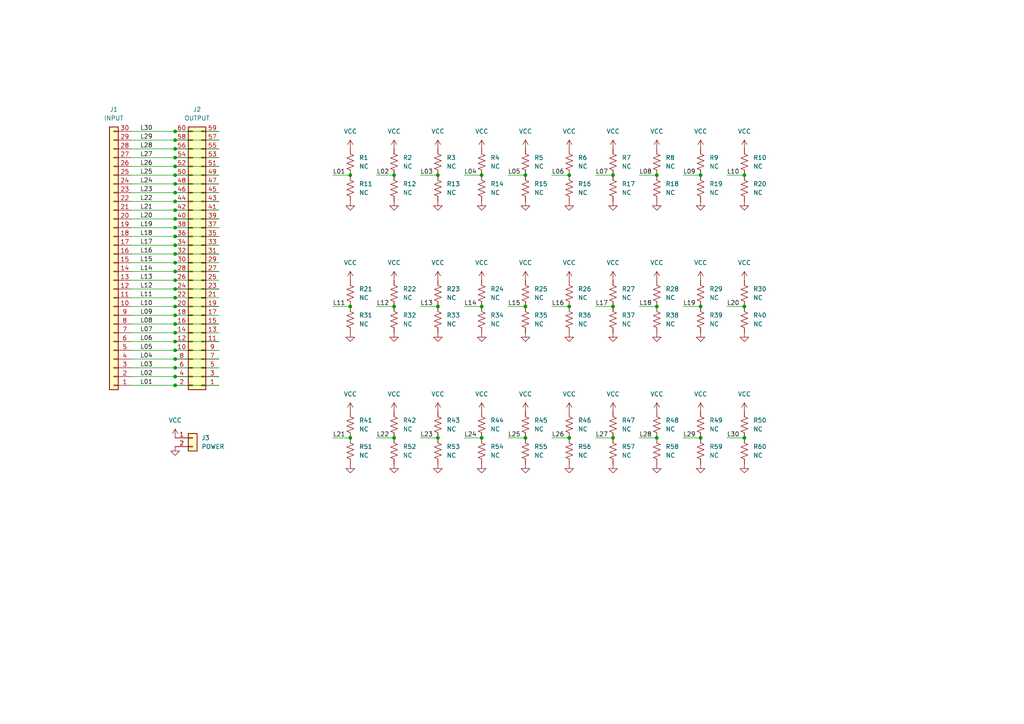
<source format=kicad_sch>
(kicad_sch (version 20211123) (generator eeschema)
  (paper "A4")
  (title_block (title "#0204 OUTLETS") (date "2022-10-18") (rev "V1.0") (company "TileParts"))
  (lib_symbols
    (symbol "Connector_Generic:Conn_01x02" (pin_names (offset 1.016) hide)
      (property "Reference" "J" (at 0 2.54 0))
      (property "Value" "Conn_01x02" (at 0 -5.08 0))
      (symbol "Conn_01x02_1_1"
        (rectangle (start -1.27 -2.413) (end 0 -2.667) (stroke (width 0.1524)))
        (rectangle (start -1.27 0.127) (end 0 -0.127) (stroke (width 0.1524)))
        (rectangle (start -1.27 1.27) (end 1.27 -3.81) (stroke (width 0.254)) (fill (type background)))
        (pin passive line (at -5.08 0 0) (length 3.81) (name "Pin_1") (number "1"))
        (pin passive line (at -5.08 -2.54 0) (length 3.81) (name "Pin_2") (number "2"))
      )
    )
    (symbol "Connector_Generic:Conn_01x30" (pin_names (offset 1.016) hide)
      (property "Reference" "J" (at 0 38.1 0))
      (property "Value" "Conn_01x30" (at 0 -40.64 0))
      (symbol "Conn_01x30_1_1"
        (rectangle (start -1.27 -37.973) (end 0 -38.227) (stroke (width 0.1524)))
        (rectangle (start -1.27 -35.433) (end 0 -35.687) (stroke (width 0.1524)))
        (rectangle (start -1.27 -32.893) (end 0 -33.147) (stroke (width 0.1524)))
        (rectangle (start -1.27 -30.353) (end 0 -30.607) (stroke (width 0.1524)))
        (rectangle (start -1.27 -27.813) (end 0 -28.067) (stroke (width 0.1524)))
        (rectangle (start -1.27 -25.273) (end 0 -25.527) (stroke (width 0.1524)))
        (rectangle (start -1.27 -22.733) (end 0 -22.987) (stroke (width 0.1524)))
        (rectangle (start -1.27 -20.193) (end 0 -20.447) (stroke (width 0.1524)))
        (rectangle (start -1.27 -17.653) (end 0 -17.907) (stroke (width 0.1524)))
        (rectangle (start -1.27 -15.113) (end 0 -15.367) (stroke (width 0.1524)))
        (rectangle (start -1.27 -12.573) (end 0 -12.827) (stroke (width 0.1524)))
        (rectangle (start -1.27 -10.033) (end 0 -10.287) (stroke (width 0.1524)))
        (rectangle (start -1.27 -7.493) (end 0 -7.747) (stroke (width 0.1524)))
        (rectangle (start -1.27 -4.953) (end 0 -5.207) (stroke (width 0.1524)))
        (rectangle (start -1.27 -2.413) (end 0 -2.667) (stroke (width 0.1524)))
        (rectangle (start -1.27 0.127) (end 0 -0.127) (stroke (width 0.1524)))
        (rectangle (start -1.27 2.667) (end 0 2.413) (stroke (width 0.1524)))
        (rectangle (start -1.27 5.207) (end 0 4.953) (stroke (width 0.1524)))
        (rectangle (start -1.27 7.747) (end 0 7.493) (stroke (width 0.1524)))
        (rectangle (start -1.27 10.287) (end 0 10.033) (stroke (width 0.1524)))
        (rectangle (start -1.27 12.827) (end 0 12.573) (stroke (width 0.1524)))
        (rectangle (start -1.27 15.367) (end 0 15.113) (stroke (width 0.1524)))
        (rectangle (start -1.27 17.907) (end 0 17.653) (stroke (width 0.1524)))
        (rectangle (start -1.27 20.447) (end 0 20.193) (stroke (width 0.1524)))
        (rectangle (start -1.27 22.987) (end 0 22.733) (stroke (width 0.1524)))
        (rectangle (start -1.27 25.527) (end 0 25.273) (stroke (width 0.1524)))
        (rectangle (start -1.27 28.067) (end 0 27.813) (stroke (width 0.1524)))
        (rectangle (start -1.27 30.607) (end 0 30.353) (stroke (width 0.1524)))
        (rectangle (start -1.27 33.147) (end 0 32.893) (stroke (width 0.1524)))
        (rectangle (start -1.27 35.687) (end 0 35.433) (stroke (width 0.1524)))
        (rectangle (start -1.27 36.83) (end 1.27 -39.37) (stroke (width 0.254)) (fill (type background)))
        (pin passive line (at -5.08 35.56 0) (length 3.81) (name "Pin_1") (number "1"))
        (pin passive line (at -5.08 12.7 0) (length 3.81) (name "Pin_10") (number "10"))
        (pin passive line (at -5.08 10.16 0) (length 3.81) (name "Pin_11") (number "11"))
        (pin passive line (at -5.08 7.62 0) (length 3.81) (name "Pin_12") (number "12"))
        (pin passive line (at -5.08 5.08 0) (length 3.81) (name "Pin_13") (number "13"))
        (pin passive line (at -5.08 2.54 0) (length 3.81) (name "Pin_14") (number "14"))
        (pin passive line (at -5.08 0 0) (length 3.81) (name "Pin_15") (number "15"))
        (pin passive line (at -5.08 -2.54 0) (length 3.81) (name "Pin_16") (number "16"))
        (pin passive line (at -5.08 -5.08 0) (length 3.81) (name "Pin_17") (number "17"))
        (pin passive line (at -5.08 -7.62 0) (length 3.81) (name "Pin_18") (number "18"))
        (pin passive line (at -5.08 -10.16 0) (length 3.81) (name "Pin_19") (number "19"))
        (pin passive line (at -5.08 33.02 0) (length 3.81) (name "Pin_2") (number "2"))
        (pin passive line (at -5.08 -12.7 0) (length 3.81) (name "Pin_20") (number "20"))
        (pin passive line (at -5.08 -15.24 0) (length 3.81) (name "Pin_21") (number "21"))
        (pin passive line (at -5.08 -17.78 0) (length 3.81) (name "Pin_22") (number "22"))
        (pin passive line (at -5.08 -20.32 0) (length 3.81) (name "Pin_23") (number "23"))
        (pin passive line (at -5.08 -22.86 0) (length 3.81) (name "Pin_24") (number "24"))
        (pin passive line (at -5.08 -25.4 0) (length 3.81) (name "Pin_25") (number "25"))
        (pin passive line (at -5.08 -27.94 0) (length 3.81) (name "Pin_26") (number "26"))
        (pin passive line (at -5.08 -30.48 0) (length 3.81) (name "Pin_27") (number "27"))
        (pin passive line (at -5.08 -33.02 0) (length 3.81) (name "Pin_28") (number "28"))
        (pin passive line (at -5.08 -35.56 0) (length 3.81) (name "Pin_29") (number "29"))
        (pin passive line (at -5.08 30.48 0) (length 3.81) (name "Pin_3") (number "3"))
        (pin passive line (at -5.08 -38.1 0) (length 3.81) (name "Pin_30") (number "30"))
        (pin passive line (at -5.08 27.94 0) (length 3.81) (name "Pin_4") (number "4"))
        (pin passive line (at -5.08 25.4 0) (length 3.81) (name "Pin_5") (number "5"))
        (pin passive line (at -5.08 22.86 0) (length 3.81) (name "Pin_6") (number "6"))
        (pin passive line (at -5.08 20.32 0) (length 3.81) (name "Pin_7") (number "7"))
        (pin passive line (at -5.08 17.78 0) (length 3.81) (name "Pin_8") (number "8"))
        (pin passive line (at -5.08 15.24 0) (length 3.81) (name "Pin_9") (number "9"))
      )
    )
    (symbol "Connector_Generic:Conn_02x30_Odd_Even" (pin_names (offset 1.016) hide)
      (property "Reference" "J" (at 1.27 38.1 0))
      (property "Value" "Conn_02x30_Odd_Even" (at 1.27 -40.64 0))
      (symbol "Conn_02x30_Odd_Even_1_1"
        (rectangle (start -1.27 -37.973) (end 0 -38.227) (stroke (width 0.1524)))
        (rectangle (start -1.27 -35.433) (end 0 -35.687) (stroke (width 0.1524)))
        (rectangle (start -1.27 -32.893) (end 0 -33.147) (stroke (width 0.1524)))
        (rectangle (start -1.27 -30.353) (end 0 -30.607) (stroke (width 0.1524)))
        (rectangle (start -1.27 -27.813) (end 0 -28.067) (stroke (width 0.1524)))
        (rectangle (start -1.27 -25.273) (end 0 -25.527) (stroke (width 0.1524)))
        (rectangle (start -1.27 -22.733) (end 0 -22.987) (stroke (width 0.1524)))
        (rectangle (start -1.27 -20.193) (end 0 -20.447) (stroke (width 0.1524)))
        (rectangle (start -1.27 -17.653) (end 0 -17.907) (stroke (width 0.1524)))
        (rectangle (start -1.27 -15.113) (end 0 -15.367) (stroke (width 0.1524)))
        (rectangle (start -1.27 -12.573) (end 0 -12.827) (stroke (width 0.1524)))
        (rectangle (start -1.27 -10.033) (end 0 -10.287) (stroke (width 0.1524)))
        (rectangle (start -1.27 -7.493) (end 0 -7.747) (stroke (width 0.1524)))
        (rectangle (start -1.27 -4.953) (end 0 -5.207) (stroke (width 0.1524)))
        (rectangle (start -1.27 -2.413) (end 0 -2.667) (stroke (width 0.1524)))
        (rectangle (start -1.27 0.127) (end 0 -0.127) (stroke (width 0.1524)))
        (rectangle (start -1.27 2.667) (end 0 2.413) (stroke (width 0.1524)))
        (rectangle (start -1.27 5.207) (end 0 4.953) (stroke (width 0.1524)))
        (rectangle (start -1.27 7.747) (end 0 7.493) (stroke (width 0.1524)))
        (rectangle (start -1.27 10.287) (end 0 10.033) (stroke (width 0.1524)))
        (rectangle (start -1.27 12.827) (end 0 12.573) (stroke (width 0.1524)))
        (rectangle (start -1.27 15.367) (end 0 15.113) (stroke (width 0.1524)))
        (rectangle (start -1.27 17.907) (end 0 17.653) (stroke (width 0.1524)))
        (rectangle (start -1.27 20.447) (end 0 20.193) (stroke (width 0.1524)))
        (rectangle (start -1.27 22.987) (end 0 22.733) (stroke (width 0.1524)))
        (rectangle (start -1.27 25.527) (end 0 25.273) (stroke (width 0.1524)))
        (rectangle (start -1.27 28.067) (end 0 27.813) (stroke (width 0.1524)))
        (rectangle (start -1.27 30.607) (end 0 30.353) (stroke (width 0.1524)))
        (rectangle (start -1.27 33.147) (end 0 32.893) (stroke (width 0.1524)))
        (rectangle (start -1.27 35.687) (end 0 35.433) (stroke (width 0.1524)))
        (rectangle (start -1.27 36.83) (end 3.81 -39.37) (stroke (width 0.254)) (fill (type background)))
        (rectangle (start 3.81 -37.973) (end 2.54 -38.227) (stroke (width 0.1524)))
        (rectangle (start 3.81 -35.433) (end 2.54 -35.687) (stroke (width 0.1524)))
        (rectangle (start 3.81 -32.893) (end 2.54 -33.147) (stroke (width 0.1524)))
        (rectangle (start 3.81 -30.353) (end 2.54 -30.607) (stroke (width 0.1524)))
        (rectangle (start 3.81 -27.813) (end 2.54 -28.067) (stroke (width 0.1524)))
        (rectangle (start 3.81 -25.273) (end 2.54 -25.527) (stroke (width 0.1524)))
        (rectangle (start 3.81 -22.733) (end 2.54 -22.987) (stroke (width 0.1524)))
        (rectangle (start 3.81 -20.193) (end 2.54 -20.447) (stroke (width 0.1524)))
        (rectangle (start 3.81 -17.653) (end 2.54 -17.907) (stroke (width 0.1524)))
        (rectangle (start 3.81 -15.113) (end 2.54 -15.367) (stroke (width 0.1524)))
        (rectangle (start 3.81 -12.573) (end 2.54 -12.827) (stroke (width 0.1524)))
        (rectangle (start 3.81 -10.033) (end 2.54 -10.287) (stroke (width 0.1524)))
        (rectangle (start 3.81 -7.493) (end 2.54 -7.747) (stroke (width 0.1524)))
        (rectangle (start 3.81 -4.953) (end 2.54 -5.207) (stroke (width 0.1524)))
        (rectangle (start 3.81 -2.413) (end 2.54 -2.667) (stroke (width 0.1524)))
        (rectangle (start 3.81 0.127) (end 2.54 -0.127) (stroke (width 0.1524)))
        (rectangle (start 3.81 2.667) (end 2.54 2.413) (stroke (width 0.1524)))
        (rectangle (start 3.81 5.207) (end 2.54 4.953) (stroke (width 0.1524)))
        (rectangle (start 3.81 7.747) (end 2.54 7.493) (stroke (width 0.1524)))
        (rectangle (start 3.81 10.287) (end 2.54 10.033) (stroke (width 0.1524)))
        (rectangle (start 3.81 12.827) (end 2.54 12.573) (stroke (width 0.1524)))
        (rectangle (start 3.81 15.367) (end 2.54 15.113) (stroke (width 0.1524)))
        (rectangle (start 3.81 17.907) (end 2.54 17.653) (stroke (width 0.1524)))
        (rectangle (start 3.81 20.447) (end 2.54 20.193) (stroke (width 0.1524)))
        (rectangle (start 3.81 22.987) (end 2.54 22.733) (stroke (width 0.1524)))
        (rectangle (start 3.81 25.527) (end 2.54 25.273) (stroke (width 0.1524)))
        (rectangle (start 3.81 28.067) (end 2.54 27.813) (stroke (width 0.1524)))
        (rectangle (start 3.81 30.607) (end 2.54 30.353) (stroke (width 0.1524)))
        (rectangle (start 3.81 33.147) (end 2.54 32.893) (stroke (width 0.1524)))
        (rectangle (start 3.81 35.687) (end 2.54 35.433) (stroke (width 0.1524)))
        (pin passive line (at -5.08 35.56 0) (length 3.81) (name "Pin_1") (number "1"))
        (pin passive line (at 7.62 25.4 180) (length 3.81) (name "Pin_10") (number "10"))
        (pin passive line (at -5.08 22.86 0) (length 3.81) (name "Pin_11") (number "11"))
        (pin passive line (at 7.62 22.86 180) (length 3.81) (name "Pin_12") (number "12"))
        (pin passive line (at -5.08 20.32 0) (length 3.81) (name "Pin_13") (number "13"))
        (pin passive line (at 7.62 20.32 180) (length 3.81) (name "Pin_14") (number "14"))
        (pin passive line (at -5.08 17.78 0) (length 3.81) (name "Pin_15") (number "15"))
        (pin passive line (at 7.62 17.78 180) (length 3.81) (name "Pin_16") (number "16"))
        (pin passive line (at -5.08 15.24 0) (length 3.81) (name "Pin_17") (number "17"))
        (pin passive line (at 7.62 15.24 180) (length 3.81) (name "Pin_18") (number "18"))
        (pin passive line (at -5.08 12.7 0) (length 3.81) (name "Pin_19") (number "19"))
        (pin passive line (at 7.62 35.56 180) (length 3.81) (name "Pin_2") (number "2"))
        (pin passive line (at 7.62 12.7 180) (length 3.81) (name "Pin_20") (number "20"))
        (pin passive line (at -5.08 10.16 0) (length 3.81) (name "Pin_21") (number "21"))
        (pin passive line (at 7.62 10.16 180) (length 3.81) (name "Pin_22") (number "22"))
        (pin passive line (at -5.08 7.62 0) (length 3.81) (name "Pin_23") (number "23"))
        (pin passive line (at 7.62 7.62 180) (length 3.81) (name "Pin_24") (number "24"))
        (pin passive line (at -5.08 5.08 0) (length 3.81) (name "Pin_25") (number "25"))
        (pin passive line (at 7.62 5.08 180) (length 3.81) (name "Pin_26") (number "26"))
        (pin passive line (at -5.08 2.54 0) (length 3.81) (name "Pin_27") (number "27"))
        (pin passive line (at 7.62 2.54 180) (length 3.81) (name "Pin_28") (number "28"))
        (pin passive line (at -5.08 0 0) (length 3.81) (name "Pin_29") (number "29"))
        (pin passive line (at -5.08 33.02 0) (length 3.81) (name "Pin_3") (number "3"))
        (pin passive line (at 7.62 0 180) (length 3.81) (name "Pin_30") (number "30"))
        (pin passive line (at -5.08 -2.54 0) (length 3.81) (name "Pin_31") (number "31"))
        (pin passive line (at 7.62 -2.54 180) (length 3.81) (name "Pin_32") (number "32"))
        (pin passive line (at -5.08 -5.08 0) (length 3.81) (name "Pin_33") (number "33"))
        (pin passive line (at 7.62 -5.08 180) (length 3.81) (name "Pin_34") (number "34"))
        (pin passive line (at -5.08 -7.62 0) (length 3.81) (name "Pin_35") (number "35"))
        (pin passive line (at 7.62 -7.62 180) (length 3.81) (name "Pin_36") (number "36"))
        (pin passive line (at -5.08 -10.16 0) (length 3.81) (name "Pin_37") (number "37"))
        (pin passive line (at 7.62 -10.16 180) (length 3.81) (name "Pin_38") (number "38"))
        (pin passive line (at -5.08 -12.7 0) (length 3.81) (name "Pin_39") (number "39"))
        (pin passive line (at 7.62 33.02 180) (length 3.81) (name "Pin_4") (number "4"))
        (pin passive line (at 7.62 -12.7 180) (length 3.81) (name "Pin_40") (number "40"))
        (pin passive line (at -5.08 -15.24 0) (length 3.81) (name "Pin_41") (number "41"))
        (pin passive line (at 7.62 -15.24 180) (length 3.81) (name "Pin_42") (number "42"))
        (pin passive line (at -5.08 -17.78 0) (length 3.81) (name "Pin_43") (number "43"))
        (pin passive line (at 7.62 -17.78 180) (length 3.81) (name "Pin_44") (number "44"))
        (pin passive line (at -5.08 -20.32 0) (length 3.81) (name "Pin_45") (number "45"))
        (pin passive line (at 7.62 -20.32 180) (length 3.81) (name "Pin_46") (number "46"))
        (pin passive line (at -5.08 -22.86 0) (length 3.81) (name "Pin_47") (number "47"))
        (pin passive line (at 7.62 -22.86 180) (length 3.81) (name "Pin_48") (number "48"))
        (pin passive line (at -5.08 -25.4 0) (length 3.81) (name "Pin_49") (number "49"))
        (pin passive line (at -5.08 30.48 0) (length 3.81) (name "Pin_5") (number "5"))
        (pin passive line (at 7.62 -25.4 180) (length 3.81) (name "Pin_50") (number "50"))
        (pin passive line (at -5.08 -27.94 0) (length 3.81) (name "Pin_51") (number "51"))
        (pin passive line (at 7.62 -27.94 180) (length 3.81) (name "Pin_52") (number "52"))
        (pin passive line (at -5.08 -30.48 0) (length 3.81) (name "Pin_53") (number "53"))
        (pin passive line (at 7.62 -30.48 180) (length 3.81) (name "Pin_54") (number "54"))
        (pin passive line (at -5.08 -33.02 0) (length 3.81) (name "Pin_55") (number "55"))
        (pin passive line (at 7.62 -33.02 180) (length 3.81) (name "Pin_56") (number "56"))
        (pin passive line (at -5.08 -35.56 0) (length 3.81) (name "Pin_57") (number "57"))
        (pin passive line (at 7.62 -35.56 180) (length 3.81) (name "Pin_58") (number "58"))
        (pin passive line (at -5.08 -38.1 0) (length 3.81) (name "Pin_59") (number "59"))
        (pin passive line (at 7.62 30.48 180) (length 3.81) (name "Pin_6") (number "6"))
        (pin passive line (at 7.62 -38.1 180) (length 3.81) (name "Pin_60") (number "60"))
        (pin passive line (at -5.08 27.94 0) (length 3.81) (name "Pin_7") (number "7"))
        (pin passive line (at 7.62 27.94 180) (length 3.81) (name "Pin_8") (number "8"))
        (pin passive line (at -5.08 25.4 0) (length 3.81) (name "Pin_9") (number "9"))
      )
    )
    (symbol "Device:R_US" (pin_numbers hide) (pin_names (offset 0))
      (property "Reference" "R" (at 2.54 0 90))
      (property "Value" "R_US" (at -2.54 0 90))
      (symbol "R_US_0_1"
        (polyline (pts (xy 0 -2.286) (xy 0 -2.54)))
        (polyline (pts (xy 0 2.286) (xy 0 2.54)))
        (polyline (pts (xy 0 -0.762) (xy 1.016 -1.143) (xy 0 -1.524) (xy -1.016 -1.905) (xy 0 -2.286)))
        (polyline (pts (xy 0 0.762) (xy 1.016 0.381) (xy 0 0) (xy -1.016 -0.381) (xy 0 -0.762)))
        (polyline (pts (xy 0 2.286) (xy 1.016 1.905) (xy 0 1.524) (xy -1.016 1.143) (xy 0 0.762)))
      )
      (symbol "R_US_1_1"
        (pin passive line (at 0 3.81 270) (length 1.27) (name "~") (number "1"))
        (pin passive line (at 0 -3.81 90) (length 1.27) (name "~") (number "2"))
      )
    )
    (symbol "power:GND" (power) (pin_names (offset 0))
      (property "Value" "GND" (at 0 -3.81 0))
      (symbol "GND_0_1"
        (polyline (pts (xy 0 0) (xy 0 -1.27) (xy 1.27 -1.27) (xy 0 -2.54) (xy -1.27 -1.27) (xy 0 -1.27)))
      )
      (symbol "GND_1_1"
        (pin power_in line (at 0 0 270) (length 0) hide (name "GND") (number "1"))
      )
    )
    (symbol "power:VCC" (power) (pin_names (offset 0))
      (property "Value" "VCC" (at 0 3.81 0))
      (symbol "VCC_0_1"
        (polyline (pts (xy -0.762 1.27) (xy 0 2.54)))
        (polyline (pts (xy 0 0) (xy 0 2.54)))
        (polyline (pts (xy 0 2.54) (xy 0.762 1.27)))
      )
      (symbol "VCC_1_1"
        (pin power_in line (at 0 0 90) (length 0) hide (name "VCC") (number "1"))
      )
    )
  )
  (junction (at 50.8 60.96))
  (junction (at 50.8 101.6))
  (junction (at 139.7 50.8))
  (junction (at 50.8 40.64))
  (junction (at 50.8 76.2))
  (junction (at 165.1 88.9))
  (junction (at 127 88.9))
  (junction (at 50.8 106.68))
  (junction (at 50.8 104.14))
  (junction (at 50.8 96.52))
  (junction (at 50.8 48.26))
  (junction (at 127 50.8))
  (junction (at 50.8 93.98))
  (junction (at 177.8 50.8))
  (junction (at 50.8 111.76))
  (junction (at 152.4 50.8))
  (junction (at 50.8 38.1))
  (junction (at 215.9 127))
  (junction (at 215.9 50.8))
  (junction (at 50.8 86.36))
  (junction (at 101.6 50.8))
  (junction (at 203.2 127))
  (junction (at 203.2 50.8))
  (junction (at 139.7 127))
  (junction (at 101.6 88.9))
  (junction (at 139.7 88.9))
  (junction (at 177.8 88.9))
  (junction (at 114.3 88.9))
  (junction (at 50.8 66.04))
  (junction (at 50.8 81.28))
  (junction (at 50.8 109.22))
  (junction (at 50.8 99.06))
  (junction (at 152.4 127))
  (junction (at 190.5 88.9))
  (junction (at 101.6 127))
  (junction (at 165.1 50.8))
  (junction (at 177.8 127))
  (junction (at 215.9 88.9))
  (junction (at 50.8 58.42))
  (junction (at 152.4 88.9))
  (junction (at 127 127))
  (junction (at 50.8 45.72))
  (junction (at 114.3 50.8))
  (junction (at 190.5 127))
  (junction (at 50.8 63.5))
  (junction (at 50.8 50.8))
  (junction (at 165.1 127))
  (junction (at 50.8 55.88))
  (junction (at 50.8 53.34))
  (junction (at 50.8 91.44))
  (junction (at 50.8 78.74))
  (junction (at 203.2 88.9))
  (junction (at 50.8 83.82))
  (junction (at 50.8 88.9))
  (junction (at 50.8 71.12))
  (junction (at 114.3 127))
  (junction (at 190.5 50.8))
  (junction (at 50.8 43.18))
  (junction (at 50.8 73.66))
  (junction (at 50.8 68.58))
  (wire (pts (xy 121.92 50.8) (xy 127 50.8)))
  (wire (pts (xy 109.22 88.9) (xy 114.3 88.9)))
  (wire (pts (xy 38.1 66.04) (xy 50.8 66.04)))
  (wire (pts (xy 38.1 73.66) (xy 50.8 73.66)))
  (wire (pts (xy 160.02 127) (xy 165.1 127)))
  (wire (pts (xy 50.8 88.9) (xy 63.5 88.9)))
  (wire (pts (xy 50.8 96.52) (xy 63.5 96.52)))
  (wire (pts (xy 147.32 50.8) (xy 152.4 50.8)))
  (wire (pts (xy 50.8 81.28) (xy 63.5 81.28)))
  (wire (pts (xy 50.8 78.74) (xy 63.5 78.74)))
  (wire (pts (xy 121.92 127) (xy 127 127)))
  (wire (pts (xy 38.1 99.06) (xy 50.8 99.06)))
  (wire (pts (xy 38.1 38.1) (xy 50.8 38.1)))
  (wire (pts (xy 38.1 91.44) (xy 50.8 91.44)))
  (wire (pts (xy 50.8 58.42) (xy 63.5 58.42)))
  (wire (pts (xy 50.8 93.98) (xy 63.5 93.98)))
  (wire (pts (xy 50.8 48.26) (xy 63.5 48.26)))
  (wire (pts (xy 109.22 127) (xy 114.3 127)))
  (wire (pts (xy 50.8 91.44) (xy 63.5 91.44)))
  (wire (pts (xy 109.22 50.8) (xy 114.3 50.8)))
  (wire (pts (xy 38.1 48.26) (xy 50.8 48.26)))
  (wire (pts (xy 38.1 60.96) (xy 50.8 60.96)))
  (wire (pts (xy 160.02 88.9) (xy 165.1 88.9)))
  (wire (pts (xy 38.1 88.9) (xy 50.8 88.9)))
  (wire (pts (xy 210.82 50.8) (xy 215.9 50.8)))
  (wire (pts (xy 185.42 50.8) (xy 190.5 50.8)))
  (wire (pts (xy 38.1 111.76) (xy 50.8 111.76)))
  (wire (pts (xy 38.1 109.22) (xy 50.8 109.22)))
  (wire (pts (xy 147.32 127) (xy 152.4 127)))
  (wire (pts (xy 38.1 78.74) (xy 50.8 78.74)))
  (wire (pts (xy 210.82 88.9) (xy 215.9 88.9)))
  (wire (pts (xy 38.1 43.18) (xy 50.8 43.18)))
  (wire (pts (xy 160.02 50.8) (xy 165.1 50.8)))
  (wire (pts (xy 172.72 127) (xy 177.8 127)))
  (wire (pts (xy 50.8 43.18) (xy 63.5 43.18)))
  (wire (pts (xy 50.8 101.6) (xy 63.5 101.6)))
  (wire (pts (xy 38.1 63.5) (xy 50.8 63.5)))
  (wire (pts (xy 38.1 40.64) (xy 50.8 40.64)))
  (wire (pts (xy 50.8 68.58) (xy 63.5 68.58)))
  (wire (pts (xy 50.8 71.12) (xy 63.5 71.12)))
  (wire (pts (xy 38.1 104.14) (xy 50.8 104.14)))
  (wire (pts (xy 38.1 101.6) (xy 50.8 101.6)))
  (wire (pts (xy 50.8 55.88) (xy 63.5 55.88)))
  (wire (pts (xy 38.1 45.72) (xy 50.8 45.72)))
  (wire (pts (xy 38.1 93.98) (xy 50.8 93.98)))
  (wire (pts (xy 185.42 127) (xy 190.5 127)))
  (wire (pts (xy 38.1 106.68) (xy 50.8 106.68)))
  (wire (pts (xy 50.8 63.5) (xy 63.5 63.5)))
  (wire (pts (xy 50.8 66.04) (xy 63.5 66.04)))
  (wire (pts (xy 96.52 88.9) (xy 101.6 88.9)))
  (wire (pts (xy 134.62 50.8) (xy 139.7 50.8)))
  (wire (pts (xy 50.8 73.66) (xy 63.5 73.66)))
  (wire (pts (xy 50.8 40.64) (xy 63.5 40.64)))
  (wire (pts (xy 50.8 53.34) (xy 63.5 53.34)))
  (wire (pts (xy 50.8 38.1) (xy 63.5 38.1)))
  (wire (pts (xy 172.72 50.8) (xy 177.8 50.8)))
  (wire (pts (xy 38.1 58.42) (xy 50.8 58.42)))
  (wire (pts (xy 38.1 83.82) (xy 50.8 83.82)))
  (wire (pts (xy 38.1 76.2) (xy 50.8 76.2)))
  (wire (pts (xy 38.1 68.58) (xy 50.8 68.58)))
  (wire (pts (xy 134.62 88.9) (xy 139.7 88.9)))
  (wire (pts (xy 38.1 81.28) (xy 50.8 81.28)))
  (wire (pts (xy 50.8 60.96) (xy 63.5 60.96)))
  (wire (pts (xy 38.1 96.52) (xy 50.8 96.52)))
  (wire (pts (xy 38.1 86.36) (xy 50.8 86.36)))
  (wire (pts (xy 185.42 88.9) (xy 190.5 88.9)))
  (wire (pts (xy 50.8 109.22) (xy 63.5 109.22)))
  (wire (pts (xy 50.8 104.14) (xy 63.5 104.14)))
  (wire (pts (xy 50.8 86.36) (xy 63.5 86.36)))
  (wire (pts (xy 38.1 50.8) (xy 50.8 50.8)))
  (wire (pts (xy 50.8 106.68) (xy 63.5 106.68)))
  (wire (pts (xy 198.12 88.9) (xy 203.2 88.9)))
  (wire (pts (xy 38.1 53.34) (xy 50.8 53.34)))
  (wire (pts (xy 96.52 50.8) (xy 101.6 50.8)))
  (wire (pts (xy 50.8 76.2) (xy 63.5 76.2)))
  (wire (pts (xy 198.12 127) (xy 203.2 127)))
  (wire (pts (xy 50.8 45.72) (xy 63.5 45.72)))
  (wire (pts (xy 38.1 55.88) (xy 50.8 55.88)))
  (wire (pts (xy 50.8 111.76) (xy 63.5 111.76)))
  (wire (pts (xy 210.82 127) (xy 215.9 127)))
  (wire (pts (xy 96.52 127) (xy 101.6 127)))
  (wire (pts (xy 50.8 50.8) (xy 63.5 50.8)))
  (wire (pts (xy 198.12 50.8) (xy 203.2 50.8)))
  (wire (pts (xy 121.92 88.9) (xy 127 88.9)))
  (wire (pts (xy 147.32 88.9) (xy 152.4 88.9)))
  (wire (pts (xy 134.62 127) (xy 139.7 127)))
  (wire (pts (xy 38.1 71.12) (xy 50.8 71.12)))
  (wire (pts (xy 50.8 83.82) (xy 63.5 83.82)))
  (wire (pts (xy 172.72 88.9) (xy 177.8 88.9)))
  (wire (pts (xy 50.8 99.06) (xy 63.5 99.06)))
  (label "L28" (at 185.42 127 0))
  (label "L24" (at 40.64 53.34 0))
  (label "L07" (at 40.64 96.52 0))
  (label "L30" (at 210.82 127 0))
  (label "L08" (at 40.64 93.98 0))
  (label "L16" (at 40.64 73.66 0))
  (label "L21" (at 96.52 127 0))
  (label "L14" (at 40.64 78.74 0))
  (label "L06" (at 160.02 50.8 0))
  (label "L15" (at 147.32 88.9 0))
  (label "L29" (at 40.64 40.64 0))
  (label "L13" (at 121.92 88.9 0))
  (label "L01" (at 40.64 111.76 0))
  (label "L05" (at 40.64 101.6 0))
  (label "L08" (at 185.42 50.8 0))
  (label "L18" (at 40.64 68.58 0))
  (label "L07" (at 172.72 50.8 0))
  (label "L21" (at 40.64 60.96 0))
  (label "L12" (at 109.22 88.9 0))
  (label "L19" (at 198.12 88.9 0))
  (label "L28" (at 40.64 43.18 0))
  (label "L19" (at 40.64 66.04 0))
  (label "L04" (at 40.64 104.14 0))
  (label "L09" (at 198.12 50.8 0))
  (label "L23" (at 40.64 55.88 0))
  (label "L20" (at 40.64 63.5 0))
  (label "L10" (at 210.82 50.8 0))
  (label "L26" (at 40.64 48.26 0))
  (label "L14" (at 134.62 88.9 0))
  (label "L27" (at 172.72 127 0))
  (label "L25" (at 147.32 127 0))
  (label "L11" (at 96.52 88.9 0))
  (label "L22" (at 40.64 58.42 0))
  (label "L17" (at 172.72 88.9 0))
  (label "L25" (at 40.64 50.8 0))
  (label "L11" (at 40.64 86.36 0))
  (label "L20" (at 210.82 88.9 0))
  (label "L05" (at 147.32 50.8 0))
  (label "L10" (at 40.64 88.9 0))
  (label "L22" (at 109.22 127 0))
  (label "L15" (at 40.64 76.2 0))
  (label "L02" (at 109.22 50.8 0))
  (label "L24" (at 134.62 127 0))
  (label "L12" (at 40.64 83.82 0))
  (label "L04" (at 134.62 50.8 0))
  (label "L18" (at 185.42 88.9 0))
  (label "L16" (at 160.02 88.9 0))
  (label "L09" (at 40.64 91.44 0))
  (label "L17" (at 40.64 71.12 0))
  (label "L27" (at 40.64 45.72 0))
  (label "L06" (at 40.64 99.06 0))
  (label "L03" (at 40.64 106.68 0))
  (label "L23" (at 121.92 127 0))
  (label "L03" (at 121.92 50.8 0))
  (label "L01" (at 96.52 50.8 0))
  (label "L26" (at 160.02 127 0))
  (label "L29" (at 198.12 127 0))
  (label "L13" (at 40.64 81.28 0))
  (label "L02" (at 40.64 109.22 0))
  (label "L30" (at 40.64 38.1 0))
  (symbol (lib_id "power:GND") (at 203.2 134.62 0) (unit 1)
    (property "Reference" "#PWR061" (effects hide))
    (property "Value" "GND" (effects hide))
  )
  (symbol (lib_id "power:GND") (at 139.7 58.42 0) (unit 1)
    (property "Reference" "#PWR014" (effects hide))
    (property "Value" "GND" (effects hide))
  )
  (symbol (lib_id "Device:R_US") (at 177.8 85.09 0) (unit 1)
    (property "Reference" "R27" (at 180.34 83.8199 0) (effects (justify left)))
    (property "Value" "NC" (at 180.34 86.3599 0) (effects (justify left)))
    (property "Footprint" "Resistor_SMD:R_0402_1005Metric" (effects hide))
  )
  (symbol (lib_id "Device:R_US") (at 177.8 92.71 0) (unit 1)
    (property "Reference" "R37" (at 180.34 91.4399 0) (effects (justify left)))
    (property "Value" "NC" (at 180.34 93.9799 0) (effects (justify left)))
    (property "Footprint" "Resistor_SMD:R_0402_1005Metric" (effects hide))
  )
  (symbol (lib_id "power:GND") (at 139.7 134.62 0) (unit 1)
    (property "Reference" "#PWR056" (effects hide))
    (property "Value" "GND" (effects hide))
  )
  (symbol (lib_id "power:GND") (at 203.2 58.42 0) (unit 1)
    (property "Reference" "#PWR019" (effects hide))
    (property "Value" "GND" (effects hide))
  )
  (symbol (lib_id "power:GND") (at 127 134.62 0) (unit 1)
    (property "Reference" "#PWR055" (effects hide))
    (property "Value" "GND" (effects hide))
  )
  (symbol (lib_id "power:GND") (at 50.8 129.54 0) (unit 1)
    (property "Reference" "#PWR052" (effects hide))
    (property "Value" "GND" (effects hide))
  )
  (symbol (lib_id "power:VCC") (at 215.9 43.18 0) (unit 1)
    (property "Reference" "#PWR010" (effects hide))
    (property "Value" "VCC" (at 215.9 38.1 0))
  )
  (symbol (lib_id "Device:R_US") (at 114.3 46.99 0) (unit 1)
    (property "Reference" "R2" (at 116.84 45.7199 0) (effects (justify left)))
    (property "Value" "NC" (at 116.84 48.2599 0) (effects (justify left)))
    (property "Footprint" "Resistor_SMD:R_0402_1005Metric" (effects hide))
  )
  (symbol (lib_id "Device:R_US") (at 190.5 92.71 0) (unit 1)
    (property "Reference" "R38" (at 193.04 91.4399 0) (effects (justify left)))
    (property "Value" "NC" (at 193.04 93.9799 0) (effects (justify left)))
    (property "Footprint" "Resistor_SMD:R_0402_1005Metric" (effects hide))
  )
  (symbol (lib_id "power:GND") (at 177.8 134.62 0) (unit 1)
    (property "Reference" "#PWR059" (effects hide))
    (property "Value" "GND" (effects hide))
  )
  (symbol (lib_id "power:GND") (at 165.1 58.42 0) (unit 1)
    (property "Reference" "#PWR016" (effects hide))
    (property "Value" "GND" (effects hide))
  )
  (symbol (lib_id "Device:R_US") (at 127 54.61 0) (unit 1)
    (property "Reference" "R13" (at 129.54 53.3399 0) (effects (justify left)))
    (property "Value" "NC" (at 129.54 55.8799 0) (effects (justify left)))
    (property "Footprint" "Resistor_SMD:R_0402_1005Metric" (effects hide))
  )
  (symbol (lib_id "power:VCC") (at 101.6 119.38 0) (unit 1)
    (property "Reference" "#PWR041" (effects hide))
    (property "Value" "VCC" (at 101.6 114.3 0))
  )
  (symbol (lib_id "power:GND") (at 101.6 58.42 0) (unit 1)
    (property "Reference" "#PWR011" (effects hide))
    (property "Value" "GND" (effects hide))
  )
  (symbol (lib_id "Device:R_US") (at 203.2 54.61 0) (unit 1)
    (property "Reference" "R19" (at 205.74 53.3399 0) (effects (justify left)))
    (property "Value" "NC" (at 205.74 55.8799 0) (effects (justify left)))
    (property "Footprint" "Resistor_SMD:R_0402_1005Metric" (effects hide))
  )
  (symbol (lib_id "power:GND") (at 215.9 58.42 0) (unit 1)
    (property "Reference" "#PWR020" (effects hide))
    (property "Value" "GND" (effects hide))
  )
  (symbol (lib_id "power:GND") (at 165.1 96.52 0) (unit 1)
    (property "Reference" "#PWR036" (effects hide))
    (property "Value" "GND" (effects hide))
  )
  (symbol (lib_id "Device:R_US") (at 101.6 46.99 0) (unit 1)
    (property "Reference" "R1" (at 104.14 45.7199 0) (effects (justify left)))
    (property "Value" "NC" (at 104.14 48.2599 0) (effects (justify left)))
    (property "Footprint" "Resistor_SMD:R_0402_1005Metric" (effects hide))
  )
  (symbol (lib_id "power:VCC") (at 165.1 81.28 0) (unit 1)
    (property "Reference" "#PWR026" (effects hide))
    (property "Value" "VCC" (at 165.1 76.2 0))
  )
  (symbol (lib_id "power:VCC") (at 127 43.18 0) (unit 1)
    (property "Reference" "#PWR03" (effects hide))
    (property "Value" "VCC" (at 127 38.1 0))
  )
  (symbol (lib_id "power:VCC") (at 190.5 81.28 0) (unit 1)
    (property "Reference" "#PWR028" (effects hide))
    (property "Value" "VCC" (at 190.5 76.2 0))
  )
  (symbol (lib_id "power:VCC") (at 177.8 43.18 0) (unit 1)
    (property "Reference" "#PWR07" (effects hide))
    (property "Value" "VCC" (at 177.8 38.1 0))
  )
  (symbol (lib_id "power:GND") (at 114.3 96.52 0) (unit 1)
    (property "Reference" "#PWR032" (effects hide))
    (property "Value" "GND" (effects hide))
  )
  (symbol (lib_id "Device:R_US") (at 114.3 130.81 0) (unit 1)
    (property "Reference" "R52" (at 116.84 129.5399 0) (effects (justify left)))
    (property "Value" "NC" (at 116.84 132.0799 0) (effects (justify left)))
    (property "Footprint" "Resistor_SMD:R_0402_1005Metric" (effects hide))
  )
  (symbol (lib_id "Device:R_US") (at 139.7 123.19 0) (unit 1)
    (property "Reference" "R44" (at 142.24 121.9199 0) (effects (justify left)))
    (property "Value" "NC" (at 142.24 124.4599 0) (effects (justify left)))
    (property "Footprint" "Resistor_SMD:R_0402_1005Metric" (effects hide))
  )
  (symbol (lib_id "Device:R_US") (at 165.1 54.61 0) (unit 1)
    (property "Reference" "R16" (at 167.64 53.3399 0) (effects (justify left)))
    (property "Value" "NC" (at 167.64 55.8799 0) (effects (justify left)))
    (property "Footprint" "Resistor_SMD:R_0402_1005Metric" (effects hide))
  )
  (symbol (lib_id "power:VCC") (at 203.2 43.18 0) (unit 1)
    (property "Reference" "#PWR09" (effects hide))
    (property "Value" "VCC" (at 203.2 38.1 0))
  )
  (symbol (lib_id "power:VCC") (at 114.3 119.38 0) (unit 1)
    (property "Reference" "#PWR042" (effects hide))
    (property "Value" "VCC" (at 114.3 114.3 0))
  )
  (symbol (lib_id "power:VCC") (at 177.8 81.28 0) (unit 1)
    (property "Reference" "#PWR027" (effects hide))
    (property "Value" "VCC" (at 177.8 76.2 0))
  )
  (symbol (lib_id "Device:R_US") (at 127 130.81 0) (unit 1)
    (property "Reference" "R53" (at 129.54 129.5399 0) (effects (justify left)))
    (property "Value" "NC" (at 129.54 132.0799 0) (effects (justify left)))
    (property "Footprint" "Resistor_SMD:R_0402_1005Metric" (effects hide))
  )
  (symbol (lib_id "power:GND") (at 190.5 58.42 0) (unit 1)
    (property "Reference" "#PWR018" (effects hide))
    (property "Value" "GND" (effects hide))
  )
  (symbol (lib_id "Device:R_US") (at 203.2 85.09 0) (unit 1)
    (property "Reference" "R29" (at 205.74 83.8199 0) (effects (justify left)))
    (property "Value" "NC" (at 205.74 86.3599 0) (effects (justify left)))
    (property "Footprint" "Resistor_SMD:R_0402_1005Metric" (effects hide))
  )
  (symbol (lib_id "power:GND") (at 203.2 96.52 0) (unit 1)
    (property "Reference" "#PWR039" (effects hide))
    (property "Value" "GND" (effects hide))
  )
  (symbol (lib_id "power:VCC") (at 215.9 119.38 0) (unit 1)
    (property "Reference" "#PWR050" (effects hide))
    (property "Value" "VCC" (at 215.9 114.3 0))
  )
  (symbol (lib_id "Device:R_US") (at 190.5 54.61 0) (unit 1)
    (property "Reference" "R18" (at 193.04 53.3399 0) (effects (justify left)))
    (property "Value" "NC" (at 193.04 55.8799 0) (effects (justify left)))
    (property "Footprint" "Resistor_SMD:R_0402_1005Metric" (effects hide))
  )
  (symbol (lib_id "Device:R_US") (at 203.2 46.99 0) (unit 1)
    (property "Reference" "R9" (at 205.74 45.7199 0) (effects (justify left)))
    (property "Value" "NC" (at 205.74 48.2599 0) (effects (justify left)))
    (property "Footprint" "Resistor_SMD:R_0402_1005Metric" (effects hide))
  )
  (symbol (lib_id "power:VCC") (at 139.7 81.28 0) (unit 1)
    (property "Reference" "#PWR024" (effects hide))
    (property "Value" "VCC" (at 139.7 76.2 0))
  )
  (symbol (lib_id "Device:R_US") (at 114.3 123.19 0) (unit 1)
    (property "Reference" "R42" (at 116.84 121.9199 0) (effects (justify left)))
    (property "Value" "NC" (at 116.84 124.4599 0) (effects (justify left)))
    (property "Footprint" "Resistor_SMD:R_0402_1005Metric" (effects hide))
  )
  (symbol (lib_id "Device:R_US") (at 127 92.71 0) (unit 1)
    (property "Reference" "R33" (at 129.54 91.4399 0) (effects (justify left)))
    (property "Value" "NC" (at 129.54 93.9799 0) (effects (justify left)))
    (property "Footprint" "Resistor_SMD:R_0402_1005Metric" (effects hide))
  )
  (symbol (lib_id "Connector_Generic:Conn_01x30") (at 33.02 76.2 180) (unit 1)
    (property "Reference" "J1" (at 33.02 31.75 0))
    (property "Value" "INPUT" (at 33.02 34.29 0))
    (property "Footprint" "Connector_PinSocket_2.54mm:PinSocket_1x30_P2.54mm_Vertical" (effects hide))
  )
  (symbol (lib_id "Device:R_US") (at 139.7 46.99 0) (unit 1)
    (property "Reference" "R4" (at 142.24 45.7199 0) (effects (justify left)))
    (property "Value" "NC" (at 142.24 48.2599 0) (effects (justify left)))
    (property "Footprint" "Resistor_SMD:R_0402_1005Metric" (effects hide))
  )
  (symbol (lib_id "power:GND") (at 101.6 96.52 0) (unit 1)
    (property "Reference" "#PWR031" (effects hide))
    (property "Value" "GND" (effects hide))
  )
  (symbol (lib_id "power:VCC") (at 152.4 43.18 0) (unit 1)
    (property "Reference" "#PWR05" (effects hide))
    (property "Value" "VCC" (at 152.4 38.1 0))
  )
  (symbol (lib_id "power:GND") (at 215.9 96.52 0) (unit 1)
    (property "Reference" "#PWR040" (effects hide))
    (property "Value" "GND" (effects hide))
  )
  (symbol (lib_id "power:VCC") (at 215.9 81.28 0) (unit 1)
    (property "Reference" "#PWR030" (effects hide))
    (property "Value" "VCC" (at 215.9 76.2 0))
  )
  (symbol (lib_id "Device:R_US") (at 215.9 92.71 0) (unit 1)
    (property "Reference" "R40" (at 218.44 91.4399 0) (effects (justify left)))
    (property "Value" "NC" (at 218.44 93.9799 0) (effects (justify left)))
    (property "Footprint" "Resistor_SMD:R_0402_1005Metric" (effects hide))
  )
  (symbol (lib_id "power:VCC") (at 101.6 43.18 0) (unit 1)
    (property "Reference" "#PWR01" (effects hide))
    (property "Value" "VCC" (at 101.6 38.1 0))
  )
  (symbol (lib_id "Device:R_US") (at 215.9 130.81 0) (unit 1)
    (property "Reference" "R60" (at 218.44 129.5399 0) (effects (justify left)))
    (property "Value" "NC" (at 218.44 132.0799 0) (effects (justify left)))
    (property "Footprint" "Resistor_SMD:R_0402_1005Metric" (effects hide))
  )
  (symbol (lib_id "Device:R_US") (at 127 46.99 0) (unit 1)
    (property "Reference" "R3" (at 129.54 45.7199 0) (effects (justify left)))
    (property "Value" "NC" (at 129.54 48.2599 0) (effects (justify left)))
    (property "Footprint" "Resistor_SMD:R_0402_1005Metric" (effects hide))
  )
  (symbol (lib_id "power:VCC") (at 139.7 119.38 0) (unit 1)
    (property "Reference" "#PWR044" (effects hide))
    (property "Value" "VCC" (at 139.7 114.3 0))
  )
  (symbol (lib_id "Device:R_US") (at 165.1 92.71 0) (unit 1)
    (property "Reference" "R36" (at 167.64 91.4399 0) (effects (justify left)))
    (property "Value" "NC" (at 167.64 93.9799 0) (effects (justify left)))
    (property "Footprint" "Resistor_SMD:R_0402_1005Metric" (effects hide))
  )
  (symbol (lib_id "Device:R_US") (at 203.2 130.81 0) (unit 1)
    (property "Reference" "R59" (at 205.74 129.5399 0) (effects (justify left)))
    (property "Value" "NC" (at 205.74 132.0799 0) (effects (justify left)))
    (property "Footprint" "Resistor_SMD:R_0402_1005Metric" (effects hide))
  )
  (symbol (lib_id "Device:R_US") (at 152.4 130.81 0) (unit 1)
    (property "Reference" "R55" (at 154.94 129.5399 0) (effects (justify left)))
    (property "Value" "NC" (at 154.94 132.0799 0) (effects (justify left)))
    (property "Footprint" "Resistor_SMD:R_0402_1005Metric" (effects hide))
  )
  (symbol (lib_id "Device:R_US") (at 215.9 85.09 0) (unit 1)
    (property "Reference" "R30" (at 218.44 83.8199 0) (effects (justify left)))
    (property "Value" "NC" (at 218.44 86.3599 0) (effects (justify left)))
    (property "Footprint" "Resistor_SMD:R_0402_1005Metric" (effects hide))
  )
  (symbol (lib_id "power:VCC") (at 203.2 119.38 0) (unit 1)
    (property "Reference" "#PWR049" (effects hide))
    (property "Value" "VCC" (at 203.2 114.3 0))
  )
  (symbol (lib_id "Device:R_US") (at 215.9 46.99 0) (unit 1)
    (property "Reference" "R10" (at 218.44 45.7199 0) (effects (justify left)))
    (property "Value" "NC" (at 218.44 48.2599 0) (effects (justify left)))
    (property "Footprint" "Resistor_SMD:R_0402_1005Metric" (effects hide))
  )
  (symbol (lib_id "power:VCC") (at 114.3 81.28 0) (unit 1)
    (property "Reference" "#PWR022" (effects hide))
    (property "Value" "VCC" (at 114.3 76.2 0))
  )
  (symbol (lib_id "Device:R_US") (at 152.4 92.71 0) (unit 1)
    (property "Reference" "R35" (at 154.94 91.4399 0) (effects (justify left)))
    (property "Value" "NC" (at 154.94 93.9799 0) (effects (justify left)))
    (property "Footprint" "Resistor_SMD:R_0402_1005Metric" (effects hide))
  )
  (symbol (lib_id "Device:R_US") (at 177.8 54.61 0) (unit 1)
    (property "Reference" "R17" (at 180.34 53.3399 0) (effects (justify left)))
    (property "Value" "NC" (at 180.34 55.8799 0) (effects (justify left)))
    (property "Footprint" "Resistor_SMD:R_0402_1005Metric" (effects hide))
  )
  (symbol (lib_id "power:VCC") (at 190.5 119.38 0) (unit 1)
    (property "Reference" "#PWR048" (effects hide))
    (property "Value" "VCC" (at 190.5 114.3 0))
  )
  (symbol (lib_id "power:GND") (at 152.4 58.42 0) (unit 1)
    (property "Reference" "#PWR015" (effects hide))
    (property "Value" "GND" (effects hide))
  )
  (symbol (lib_id "power:VCC") (at 165.1 119.38 0) (unit 1)
    (property "Reference" "#PWR046" (effects hide))
    (property "Value" "VCC" (at 165.1 114.3 0))
  )
  (symbol (lib_id "Device:R_US") (at 177.8 123.19 0) (unit 1)
    (property "Reference" "R47" (at 180.34 121.9199 0) (effects (justify left)))
    (property "Value" "NC" (at 180.34 124.4599 0) (effects (justify left)))
    (property "Footprint" "Resistor_SMD:R_0402_1005Metric" (effects hide))
  )
  (symbol (lib_id "power:GND") (at 139.7 96.52 0) (unit 1)
    (property "Reference" "#PWR034" (effects hide))
    (property "Value" "GND" (effects hide))
  )
  (symbol (lib_id "power:VCC") (at 152.4 81.28 0) (unit 1)
    (property "Reference" "#PWR025" (effects hide))
    (property "Value" "VCC" (at 152.4 76.2 0))
  )
  (symbol (lib_id "Device:R_US") (at 101.6 130.81 0) (unit 1)
    (property "Reference" "R51" (at 104.14 129.5399 0) (effects (justify left)))
    (property "Value" "NC" (at 104.14 132.0799 0) (effects (justify left)))
    (property "Footprint" "Resistor_SMD:R_0402_1005Metric" (effects hide))
  )
  (symbol (lib_id "power:GND") (at 215.9 134.62 0) (unit 1)
    (property "Reference" "#PWR062" (effects hide))
    (property "Value" "GND" (effects hide))
  )
  (symbol (lib_id "power:VCC") (at 152.4 119.38 0) (unit 1)
    (property "Reference" "#PWR045" (effects hide))
    (property "Value" "VCC" (at 152.4 114.3 0))
  )
  (symbol (lib_id "Device:R_US") (at 139.7 92.71 0) (unit 1)
    (property "Reference" "R34" (at 142.24 91.4399 0) (effects (justify left)))
    (property "Value" "NC" (at 142.24 93.9799 0) (effects (justify left)))
    (property "Footprint" "Resistor_SMD:R_0402_1005Metric" (effects hide))
  )
  (symbol (lib_id "Device:R_US") (at 165.1 130.81 0) (unit 1)
    (property "Reference" "R56" (at 167.64 129.5399 0) (effects (justify left)))
    (property "Value" "NC" (at 167.64 132.0799 0) (effects (justify left)))
    (property "Footprint" "Resistor_SMD:R_0402_1005Metric" (effects hide))
  )
  (symbol (lib_id "Device:R_US") (at 215.9 123.19 0) (unit 1)
    (property "Reference" "R50" (at 218.44 121.9199 0) (effects (justify left)))
    (property "Value" "NC" (at 218.44 124.4599 0) (effects (justify left)))
    (property "Footprint" "Resistor_SMD:R_0402_1005Metric" (effects hide))
  )
  (symbol (lib_id "Device:R_US") (at 114.3 54.61 0) (unit 1)
    (property "Reference" "R12" (at 116.84 53.3399 0) (effects (justify left)))
    (property "Value" "NC" (at 116.84 55.8799 0) (effects (justify left)))
    (property "Footprint" "Resistor_SMD:R_0402_1005Metric" (effects hide))
  )
  (symbol (lib_id "power:VCC") (at 127 119.38 0) (unit 1)
    (property "Reference" "#PWR043" (effects hide))
    (property "Value" "VCC" (at 127 114.3 0))
  )
  (symbol (lib_id "Device:R_US") (at 152.4 123.19 0) (unit 1)
    (property "Reference" "R45" (at 154.94 121.9199 0) (effects (justify left)))
    (property "Value" "NC" (at 154.94 124.4599 0) (effects (justify left)))
    (property "Footprint" "Resistor_SMD:R_0402_1005Metric" (effects hide))
  )
  (symbol (lib_id "power:GND") (at 127 96.52 0) (unit 1)
    (property "Reference" "#PWR033" (effects hide))
    (property "Value" "GND" (effects hide))
  )
  (symbol (lib_id "power:GND") (at 114.3 134.62 0) (unit 1)
    (property "Reference" "#PWR054" (effects hide))
    (property "Value" "GND" (effects hide))
  )
  (symbol (lib_id "Device:R_US") (at 203.2 123.19 0) (unit 1)
    (property "Reference" "R49" (at 205.74 121.9199 0) (effects (justify left)))
    (property "Value" "NC" (at 205.74 124.4599 0) (effects (justify left)))
    (property "Footprint" "Resistor_SMD:R_0402_1005Metric" (effects hide))
  )
  (symbol (lib_id "Device:R_US") (at 190.5 130.81 0) (unit 1)
    (property "Reference" "R58" (at 193.04 129.5399 0) (effects (justify left)))
    (property "Value" "NC" (at 193.04 132.0799 0) (effects (justify left)))
    (property "Footprint" "Resistor_SMD:R_0402_1005Metric" (effects hide))
  )
  (symbol (lib_id "Device:R_US") (at 127 85.09 0) (unit 1)
    (property "Reference" "R23" (at 129.54 83.8199 0) (effects (justify left)))
    (property "Value" "NC" (at 129.54 86.3599 0) (effects (justify left)))
    (property "Footprint" "Resistor_SMD:R_0402_1005Metric" (effects hide))
  )
  (symbol (lib_id "power:GND") (at 127 58.42 0) (unit 1)
    (property "Reference" "#PWR013" (effects hide))
    (property "Value" "GND" (effects hide))
  )
  (symbol (lib_id "Device:R_US") (at 152.4 46.99 0) (unit 1)
    (property "Reference" "R5" (at 154.94 45.7199 0) (effects (justify left)))
    (property "Value" "NC" (at 154.94 48.2599 0) (effects (justify left)))
    (property "Footprint" "Resistor_SMD:R_0402_1005Metric" (effects hide))
  )
  (symbol (lib_id "power:GND") (at 177.8 96.52 0) (unit 1)
    (property "Reference" "#PWR037" (effects hide))
    (property "Value" "GND" (effects hide))
  )
  (symbol (lib_id "power:VCC") (at 101.6 81.28 0) (unit 1)
    (property "Reference" "#PWR021" (effects hide))
    (property "Value" "VCC" (at 101.6 76.2 0))
  )
  (symbol (lib_id "Device:R_US") (at 203.2 92.71 0) (unit 1)
    (property "Reference" "R39" (at 205.74 91.4399 0) (effects (justify left)))
    (property "Value" "NC" (at 205.74 93.9799 0) (effects (justify left)))
    (property "Footprint" "Resistor_SMD:R_0402_1005Metric" (effects hide))
  )
  (symbol (lib_id "power:VCC") (at 139.7 43.18 0) (unit 1)
    (property "Reference" "#PWR04" (effects hide))
    (property "Value" "VCC" (at 139.7 38.1 0))
  )
  (symbol (lib_id "Device:R_US") (at 101.6 123.19 0) (unit 1)
    (property "Reference" "R41" (at 104.14 121.9199 0) (effects (justify left)))
    (property "Value" "NC" (at 104.14 124.4599 0) (effects (justify left)))
    (property "Footprint" "Resistor_SMD:R_0402_1005Metric" (effects hide))
  )
  (symbol (lib_id "power:VCC") (at 50.8 127 0) (unit 1)
    (property "Reference" "#PWR051" (effects hide))
    (property "Value" "VCC" (at 50.8 121.92 0))
  )
  (symbol (lib_id "Connector_Generic:Conn_01x02") (at 55.88 127 0) (unit 1)
    (property "Reference" "J3" (at 58.42 126.9999 0) (effects (justify left)))
    (property "Value" "POWER" (at 58.42 129.5399 0) (effects (justify left)))
    (property "Footprint" "Connector_PinHeader_2.54mm:PinHeader_1x02_P2.54mm_Vertical" (effects hide))
  )
  (symbol (lib_id "Device:R_US") (at 114.3 85.09 0) (unit 1)
    (property "Reference" "R22" (at 116.84 83.8199 0) (effects (justify left)))
    (property "Value" "NC" (at 116.84 86.3599 0) (effects (justify left)))
    (property "Footprint" "Resistor_SMD:R_0402_1005Metric" (effects hide))
  )
  (symbol (lib_id "power:GND") (at 165.1 134.62 0) (unit 1)
    (property "Reference" "#PWR058" (effects hide))
    (property "Value" "GND" (effects hide))
  )
  (symbol (lib_id "power:GND") (at 152.4 134.62 0) (unit 1)
    (property "Reference" "#PWR057" (effects hide))
    (property "Value" "GND" (effects hide))
  )
  (symbol (lib_id "Device:R_US") (at 152.4 54.61 0) (unit 1)
    (property "Reference" "R15" (at 154.94 53.3399 0) (effects (justify left)))
    (property "Value" "NC" (at 154.94 55.8799 0) (effects (justify left)))
    (property "Footprint" "Resistor_SMD:R_0402_1005Metric" (effects hide))
  )
  (symbol (lib_id "Device:R_US") (at 101.6 54.61 0) (unit 1)
    (property "Reference" "R11" (at 104.14 53.3399 0) (effects (justify left)))
    (property "Value" "NC" (at 104.14 55.8799 0) (effects (justify left)))
    (property "Footprint" "Resistor_SMD:R_0402_1005Metric" (effects hide))
  )
  (symbol (lib_id "power:VCC") (at 190.5 43.18 0) (unit 1)
    (property "Reference" "#PWR08" (effects hide))
    (property "Value" "VCC" (at 190.5 38.1 0))
  )
  (symbol (lib_id "power:VCC") (at 165.1 43.18 0) (unit 1)
    (property "Reference" "#PWR06" (effects hide))
    (property "Value" "VCC" (at 165.1 38.1 0))
  )
  (symbol (lib_id "Connector_Generic:Conn_02x30_Odd_Even") (at 58.42 76.2 180) (unit 1)
    (property "Reference" "J2" (at 57.15 31.75 0))
    (property "Value" "OUTPUT" (at 57.15 34.29 0))
    (property "Footprint" "Connector_PinHeader_2.54mm:PinHeader_2x30_P2.54mm_Vertical" (effects hide))
  )
  (symbol (lib_id "power:VCC") (at 177.8 119.38 0) (unit 1)
    (property "Reference" "#PWR047" (effects hide))
    (property "Value" "VCC" (at 177.8 114.3 0))
  )
  (symbol (lib_id "Device:R_US") (at 127 123.19 0) (unit 1)
    (property "Reference" "R43" (at 129.54 121.9199 0) (effects (justify left)))
    (property "Value" "NC" (at 129.54 124.4599 0) (effects (justify left)))
    (property "Footprint" "Resistor_SMD:R_0402_1005Metric" (effects hide))
  )
  (symbol (lib_id "Device:R_US") (at 190.5 85.09 0) (unit 1)
    (property "Reference" "R28" (at 193.04 83.8199 0) (effects (justify left)))
    (property "Value" "NC" (at 193.04 86.3599 0) (effects (justify left)))
    (property "Footprint" "Resistor_SMD:R_0402_1005Metric" (effects hide))
  )
  (symbol (lib_id "power:VCC") (at 127 81.28 0) (unit 1)
    (property "Reference" "#PWR023" (effects hide))
    (property "Value" "VCC" (at 127 76.2 0))
  )
  (symbol (lib_id "Device:R_US") (at 152.4 85.09 0) (unit 1)
    (property "Reference" "R25" (at 154.94 83.8199 0) (effects (justify left)))
    (property "Value" "NC" (at 154.94 86.3599 0) (effects (justify left)))
    (property "Footprint" "Resistor_SMD:R_0402_1005Metric" (effects hide))
  )
  (symbol (lib_id "Device:R_US") (at 139.7 85.09 0) (unit 1)
    (property "Reference" "R24" (at 142.24 83.8199 0) (effects (justify left)))
    (property "Value" "NC" (at 142.24 86.3599 0) (effects (justify left)))
    (property "Footprint" "Resistor_SMD:R_0402_1005Metric" (effects hide))
  )
  (symbol (lib_id "Device:R_US") (at 215.9 54.61 0) (unit 1)
    (property "Reference" "R20" (at 218.44 53.3399 0) (effects (justify left)))
    (property "Value" "NC" (at 218.44 55.8799 0) (effects (justify left)))
    (property "Footprint" "Resistor_SMD:R_0402_1005Metric" (effects hide))
  )
  (symbol (lib_id "Device:R_US") (at 165.1 46.99 0) (unit 1)
    (property "Reference" "R6" (at 167.64 45.7199 0) (effects (justify left)))
    (property "Value" "NC" (at 167.64 48.2599 0) (effects (justify left)))
    (property "Footprint" "Resistor_SMD:R_0402_1005Metric" (effects hide))
  )
  (symbol (lib_id "Device:R_US") (at 114.3 92.71 0) (unit 1)
    (property "Reference" "R32" (at 116.84 91.4399 0) (effects (justify left)))
    (property "Value" "NC" (at 116.84 93.9799 0) (effects (justify left)))
    (property "Footprint" "Resistor_SMD:R_0402_1005Metric" (effects hide))
  )
  (symbol (lib_id "Device:R_US") (at 190.5 123.19 0) (unit 1)
    (property "Reference" "R48" (at 193.04 121.9199 0) (effects (justify left)))
    (property "Value" "NC" (at 193.04 124.4599 0) (effects (justify left)))
    (property "Footprint" "Resistor_SMD:R_0402_1005Metric" (effects hide))
  )
  (symbol (lib_id "Device:R_US") (at 165.1 85.09 0) (unit 1)
    (property "Reference" "R26" (at 167.64 83.8199 0) (effects (justify left)))
    (property "Value" "NC" (at 167.64 86.3599 0) (effects (justify left)))
    (property "Footprint" "Resistor_SMD:R_0402_1005Metric" (effects hide))
  )
  (symbol (lib_id "Device:R_US") (at 139.7 130.81 0) (unit 1)
    (property "Reference" "R54" (at 142.24 129.5399 0) (effects (justify left)))
    (property "Value" "NC" (at 142.24 132.0799 0) (effects (justify left)))
    (property "Footprint" "Resistor_SMD:R_0402_1005Metric" (effects hide))
  )
  (symbol (lib_id "power:GND") (at 177.8 58.42 0) (unit 1)
    (property "Reference" "#PWR017" (effects hide))
    (property "Value" "GND" (effects hide))
  )
  (symbol (lib_id "Device:R_US") (at 165.1 123.19 0) (unit 1)
    (property "Reference" "R46" (at 167.64 121.9199 0) (effects (justify left)))
    (property "Value" "NC" (at 167.64 124.4599 0) (effects (justify left)))
    (property "Footprint" "Resistor_SMD:R_0402_1005Metric" (effects hide))
  )
  (symbol (lib_id "Device:R_US") (at 177.8 46.99 0) (unit 1)
    (property "Reference" "R7" (at 180.34 45.7199 0) (effects (justify left)))
    (property "Value" "NC" (at 180.34 48.2599 0) (effects (justify left)))
    (property "Footprint" "Resistor_SMD:R_0402_1005Metric" (effects hide))
  )
  (symbol (lib_id "Device:R_US") (at 177.8 130.81 0) (unit 1)
    (property "Reference" "R57" (at 180.34 129.5399 0) (effects (justify left)))
    (property "Value" "NC" (at 180.34 132.0799 0) (effects (justify left)))
    (property "Footprint" "Resistor_SMD:R_0402_1005Metric" (effects hide))
  )
  (symbol (lib_id "power:GND") (at 101.6 134.62 0) (unit 1)
    (property "Reference" "#PWR053" (effects hide))
    (property "Value" "GND" (effects hide))
  )
  (symbol (lib_id "power:VCC") (at 203.2 81.28 0) (unit 1)
    (property "Reference" "#PWR029" (effects hide))
    (property "Value" "VCC" (at 203.2 76.2 0))
  )
  (symbol (lib_id "power:GND") (at 190.5 96.52 0) (unit 1)
    (property "Reference" "#PWR038" (effects hide))
    (property "Value" "GND" (effects hide))
  )
  (symbol (lib_id "power:GND") (at 190.5 134.62 0) (unit 1)
    (property "Reference" "#PWR060" (effects hide))
    (property "Value" "GND" (effects hide))
  )
  (symbol (lib_id "Device:R_US") (at 101.6 85.09 0) (unit 1)
    (property "Reference" "R21" (at 104.14 83.8199 0) (effects (justify left)))
    (property "Value" "NC" (at 104.14 86.3599 0) (effects (justify left)))
    (property "Footprint" "Resistor_SMD:R_0402_1005Metric" (effects hide))
  )
  (symbol (lib_id "Device:R_US") (at 101.6 92.71 0) (unit 1)
    (property "Reference" "R31" (at 104.14 91.4399 0) (effects (justify left)))
    (property "Value" "NC" (at 104.14 93.9799 0) (effects (justify left)))
    (property "Footprint" "Resistor_SMD:R_0402_1005Metric" (effects hide))
  )
  (symbol (lib_id "Device:R_US") (at 139.7 54.61 0) (unit 1)
    (property "Reference" "R14" (at 142.24 53.3399 0) (effects (justify left)))
    (property "Value" "NC" (at 142.24 55.8799 0) (effects (justify left)))
    (property "Footprint" "Resistor_SMD:R_0402_1005Metric" (effects hide))
  )
  (symbol (lib_id "Device:R_US") (at 190.5 46.99 0) (unit 1)
    (property "Reference" "R8" (at 193.04 45.7199 0) (effects (justify left)))
    (property "Value" "NC" (at 193.04 48.2599 0) (effects (justify left)))
    (property "Footprint" "Resistor_SMD:R_0402_1005Metric" (effects hide))
  )
  (symbol (lib_id "power:GND") (at 152.4 96.52 0) (unit 1)
    (property "Reference" "#PWR035" (effects hide))
    (property "Value" "GND" (effects hide))
  )
  (symbol (lib_id "power:GND") (at 114.3 58.42 0) (unit 1)
    (property "Reference" "#PWR012" (effects hide))
    (property "Value" "GND" (effects hide))
  )
  (symbol (lib_id "power:VCC") (at 114.3 43.18 0) (unit 1)
    (property "Reference" "#PWR02" (effects hide))
    (property "Value" "VCC" (at 114.3 38.1 0))
  )
)
</source>
